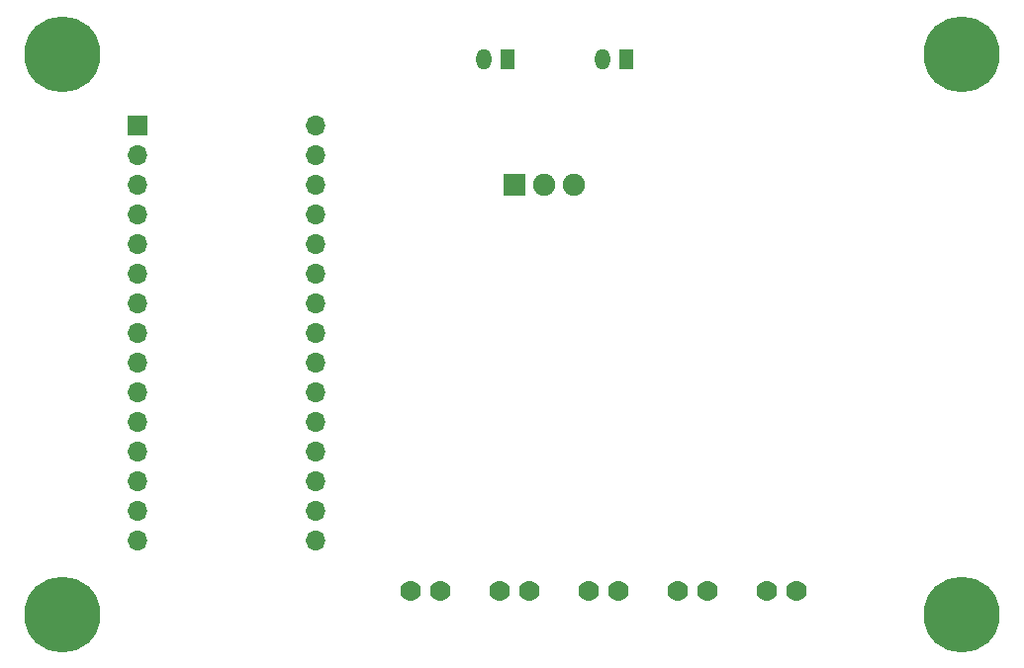
<source format=gbs>
G04 #@! TF.FileFunction,Soldermask,Bot*
%FSLAX46Y46*%
G04 Gerber Fmt 4.6, Leading zero omitted, Abs format (unit mm)*
G04 Created by KiCad (PCBNEW 4.0.7) date 04/09/18 23:51:40*
%MOMM*%
%LPD*%
G01*
G04 APERTURE LIST*
%ADD10C,0.100000*%
%ADD11C,6.500000*%
%ADD12R,1.700000X1.700000*%
%ADD13O,1.700000X1.700000*%
%ADD14C,1.900000*%
%ADD15R,1.900000X1.900000*%
%ADD16R,1.300000X1.800000*%
%ADD17O,1.300000X1.800000*%
%ADD18C,1.770000*%
G04 APERTURE END LIST*
D10*
D11*
X87000000Y-98000000D03*
X87000000Y-146000000D03*
X164000000Y-146000000D03*
D12*
X93472000Y-104140000D03*
D13*
X108712000Y-137160000D03*
X93472000Y-106680000D03*
X108712000Y-134620000D03*
X93472000Y-109220000D03*
X108712000Y-132080000D03*
X93472000Y-111760000D03*
X108712000Y-129540000D03*
X93472000Y-114300000D03*
X108712000Y-127000000D03*
X93472000Y-116840000D03*
X108712000Y-124460000D03*
X93472000Y-119380000D03*
X108712000Y-121920000D03*
X93472000Y-121920000D03*
X108712000Y-119380000D03*
X93472000Y-124460000D03*
X108712000Y-116840000D03*
X93472000Y-127000000D03*
X108712000Y-114300000D03*
X93472000Y-129540000D03*
X108712000Y-111760000D03*
X93472000Y-132080000D03*
X108712000Y-109220000D03*
X93472000Y-134620000D03*
X108712000Y-106680000D03*
X93472000Y-137160000D03*
X108712000Y-104140000D03*
X93472000Y-139700000D03*
X108712000Y-139700000D03*
D14*
X130810000Y-109220000D03*
D15*
X125730000Y-109220000D03*
D14*
X128270000Y-109220000D03*
D11*
X164000000Y-98000000D03*
D16*
X125095000Y-98425000D03*
D17*
X123095000Y-98425000D03*
D16*
X135255000Y-98425000D03*
D17*
X133255000Y-98425000D03*
D18*
X149860000Y-144018000D03*
X147320000Y-144018000D03*
X134620000Y-144018000D03*
X132080000Y-144018000D03*
X127000000Y-144018000D03*
X124460000Y-144018000D03*
X142240000Y-144018000D03*
X139700000Y-144018000D03*
X119380000Y-144018000D03*
X116840000Y-144018000D03*
M02*

</source>
